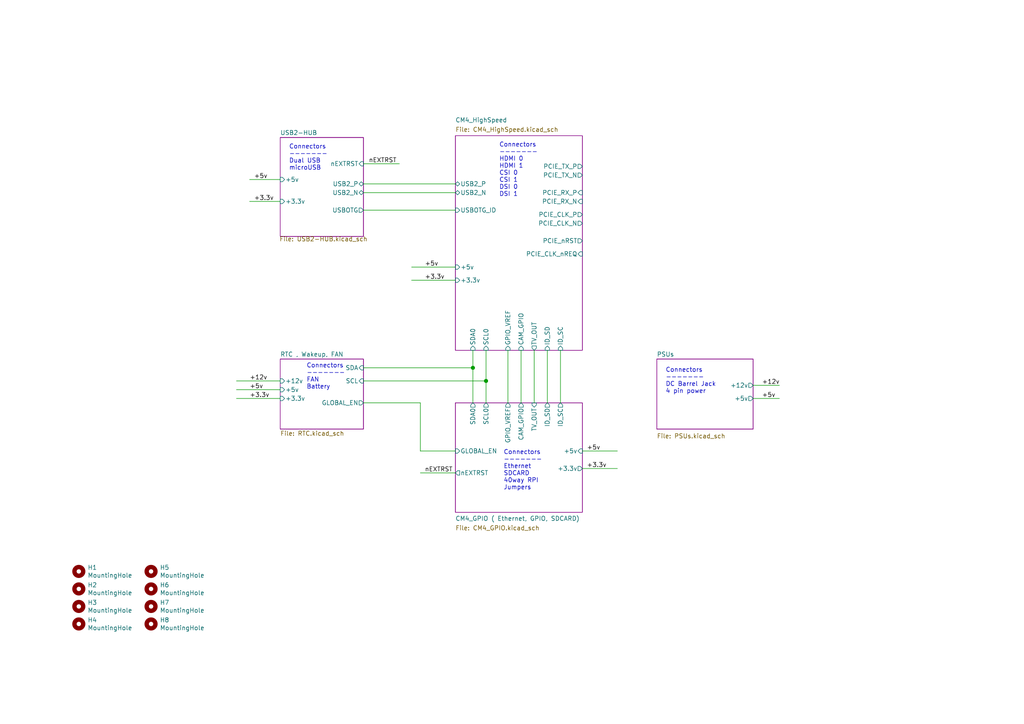
<source format=kicad_sch>
(kicad_sch
	(version 20231120)
	(generator "eeschema")
	(generator_version "8.0")
	(uuid "e63e39d7-6ac0-4ffd-8aa3-1841a4541b55")
	(paper "A4")
	(title_block
		(title "Compute Module 4 IO Board - Top Level")
		(rev "1")
		(company "© 2020-2022 Raspberry Pi Ltd (formerly Raspberry Pi (Trading) Ltd.)")
		(comment 1 "www.raspberrypi.com")
	)
	(lib_symbols
		(symbol "Mechanical:MountingHole"
			(exclude_from_sim no)
			(in_bom yes)
			(on_board yes)
			(property "Reference" "H"
				(at 0 5.08 0)
				(effects
					(font
						(size 1.27 1.27)
					)
				)
			)
			(property "Value" "MountingHole"
				(at 0 3.175 0)
				(effects
					(font
						(size 1.27 1.27)
					)
				)
			)
			(property "Footprint" ""
				(at 0 0 0)
				(effects
					(font
						(size 1.27 1.27)
					)
					(hide yes)
				)
			)
			(property "Datasheet" "~"
				(at 0 0 0)
				(effects
					(font
						(size 1.27 1.27)
					)
					(hide yes)
				)
			)
			(property "Description" "Mounting Hole without connection"
				(at 0 0 0)
				(effects
					(font
						(size 1.27 1.27)
					)
					(hide yes)
				)
			)
			(property "ki_keywords" "mounting hole"
				(at 0 0 0)
				(effects
					(font
						(size 1.27 1.27)
					)
					(hide yes)
				)
			)
			(property "ki_fp_filters" "MountingHole*"
				(at 0 0 0)
				(effects
					(font
						(size 1.27 1.27)
					)
					(hide yes)
				)
			)
			(symbol "MountingHole_0_1"
				(circle
					(center 0 0)
					(radius 1.27)
					(stroke
						(width 1.27)
						(type default)
					)
					(fill
						(type none)
					)
				)
			)
		)
	)
	(junction
		(at 140.97 110.49)
		(diameter 1.016)
		(color 0 0 0 0)
		(uuid "87c78429-be2b-40ed-8d3b-56cb9666a56f")
	)
	(junction
		(at 137.16 106.68)
		(diameter 1.016)
		(color 0 0 0 0)
		(uuid "99030c03-63b4-49ba-b5ab-4d56974f7963")
	)
	(wire
		(pts
			(xy 81.28 52.07) (xy 72.39 52.07)
		)
		(stroke
			(width 0)
			(type solid)
		)
		(uuid "02165243-61a3-4857-84ba-71a77cb9a387")
	)
	(wire
		(pts
			(xy 105.41 47.498) (xy 115.824 47.498)
		)
		(stroke
			(width 0)
			(type solid)
		)
		(uuid "0f3c9e3a-9c59-4881-b27a-d0e982b3ea8e")
	)
	(wire
		(pts
			(xy 151.13 116.84) (xy 151.13 101.6)
		)
		(stroke
			(width 0)
			(type solid)
		)
		(uuid "29256b3d-9450-4c0a-a4d4-911f04b9c140")
	)
	(wire
		(pts
			(xy 137.16 101.6) (xy 137.16 106.68)
		)
		(stroke
			(width 0)
			(type solid)
		)
		(uuid "2bef89de-08c7-4a13-9d85-67948d429ca0")
	)
	(wire
		(pts
			(xy 162.56 116.84) (xy 162.56 101.6)
		)
		(stroke
			(width 0)
			(type solid)
		)
		(uuid "2d6718e7-f18d-444d-9792-ddf1a113460c")
	)
	(wire
		(pts
			(xy 147.32 101.6) (xy 147.32 116.84)
		)
		(stroke
			(width 0)
			(type solid)
		)
		(uuid "37e4dc66-4492-4061-908d-7213940a2ec3")
	)
	(wire
		(pts
			(xy 168.91 135.89) (xy 179.07 135.89)
		)
		(stroke
			(width 0)
			(type solid)
		)
		(uuid "43891a3c-749f-498d-ba99-685a27689b0d")
	)
	(wire
		(pts
			(xy 105.41 55.88) (xy 132.08 55.88)
		)
		(stroke
			(width 0)
			(type solid)
		)
		(uuid "46cfd089-6873-4d8b-89af-02ff30e49472")
	)
	(wire
		(pts
			(xy 140.97 110.49) (xy 140.97 101.6)
		)
		(stroke
			(width 0)
			(type solid)
		)
		(uuid "483f60da-14d7-4f88-8d01-3f9f30784c70")
	)
	(wire
		(pts
			(xy 105.41 110.49) (xy 140.97 110.49)
		)
		(stroke
			(width 0)
			(type solid)
		)
		(uuid "68b52f01-fa04-4908-bf88-60c62ace1cfa")
	)
	(wire
		(pts
			(xy 137.16 106.68) (xy 137.16 116.84)
		)
		(stroke
			(width 0)
			(type solid)
		)
		(uuid "6ca3c38c-4e71-4202-b6c1-1b25f04a27ae")
	)
	(wire
		(pts
			(xy 119.38 77.47) (xy 132.08 77.47)
		)
		(stroke
			(width 0)
			(type solid)
		)
		(uuid "7e969d15-6cc0-4258-8b27-586608a21adb")
	)
	(wire
		(pts
			(xy 81.28 58.42) (xy 72.39 58.42)
		)
		(stroke
			(width 0)
			(type solid)
		)
		(uuid "825c70b0-4860-42b7-97dc-86bfa46e06fd")
	)
	(wire
		(pts
			(xy 218.44 111.76) (xy 226.06 111.76)
		)
		(stroke
			(width 0)
			(type solid)
		)
		(uuid "936e2ca6-11ae-4f42-9128-52bb329f3d21")
	)
	(wire
		(pts
			(xy 105.41 106.68) (xy 137.16 106.68)
		)
		(stroke
			(width 0)
			(type solid)
		)
		(uuid "9d984d1b-8097-407f-92f3-3ef68867dcfa")
	)
	(wire
		(pts
			(xy 68.58 113.03) (xy 81.28 113.03)
		)
		(stroke
			(width 0)
			(type solid)
		)
		(uuid "9ff4672a-e1a4-4a1e-887d-1b9a3429d278")
	)
	(wire
		(pts
			(xy 158.75 101.6) (xy 158.75 116.84)
		)
		(stroke
			(width 0)
			(type solid)
		)
		(uuid "b603d26a-e034-42fb-8327-b60c5bf9cdd2")
	)
	(wire
		(pts
			(xy 105.41 116.84) (xy 121.92 116.84)
		)
		(stroke
			(width 0)
			(type solid)
		)
		(uuid "b8c83ad1-b3c9-495c-bdc6-62dead00f5ad")
	)
	(wire
		(pts
			(xy 154.94 116.84) (xy 154.94 101.6)
		)
		(stroke
			(width 0)
			(type solid)
		)
		(uuid "b994142f-02ac-4881-9587-6d3df53c96d2")
	)
	(wire
		(pts
			(xy 105.41 60.96) (xy 132.08 60.96)
		)
		(stroke
			(width 0)
			(type solid)
		)
		(uuid "bb4f0314-c44c-4dda-b85c-537120eaae9a")
	)
	(wire
		(pts
			(xy 81.28 115.57) (xy 68.58 115.57)
		)
		(stroke
			(width 0)
			(type solid)
		)
		(uuid "bbb15673-6d42-42b8-9d51-7515b3ad9ee9")
	)
	(wire
		(pts
			(xy 132.08 81.28) (xy 119.38 81.28)
		)
		(stroke
			(width 0)
			(type solid)
		)
		(uuid "cb868d2e-5efb-4bfb-8796-88435b326918")
	)
	(wire
		(pts
			(xy 179.07 130.81) (xy 168.91 130.81)
		)
		(stroke
			(width 0)
			(type solid)
		)
		(uuid "cbc539d2-6a10-4052-9b7a-f10326dcac67")
	)
	(wire
		(pts
			(xy 105.41 53.34) (xy 132.08 53.34)
		)
		(stroke
			(width 0)
			(type solid)
		)
		(uuid "e83e0227-ac0f-4180-82bd-68d3a7b56476")
	)
	(wire
		(pts
			(xy 218.44 115.57) (xy 226.06 115.57)
		)
		(stroke
			(width 0)
			(type solid)
		)
		(uuid "ebadd2a5-21ab-4a7e-b5bc-6f737367e560")
	)
	(wire
		(pts
			(xy 68.58 110.49) (xy 81.28 110.49)
		)
		(stroke
			(width 0)
			(type solid)
		)
		(uuid "edc9ab4f-487a-48dc-95f2-4d87f0e9cf9e")
	)
	(wire
		(pts
			(xy 121.92 137.16) (xy 132.08 137.16)
		)
		(stroke
			(width 0)
			(type solid)
		)
		(uuid "f022716e-b121-4cbf-a833-20e924070c22")
	)
	(wire
		(pts
			(xy 121.92 130.81) (xy 121.92 116.84)
		)
		(stroke
			(width 0)
			(type solid)
		)
		(uuid "f1dd8642-b405-490b-a449-d1cc5797fda8")
	)
	(wire
		(pts
			(xy 140.97 116.84) (xy 140.97 110.49)
		)
		(stroke
			(width 0)
			(type solid)
		)
		(uuid "fb03d859-dcc9-4533-b352-64830e0e5423")
	)
	(wire
		(pts
			(xy 132.08 130.81) (xy 121.92 130.81)
		)
		(stroke
			(width 0)
			(type solid)
		)
		(uuid "fc0a4225-db46-4d48-8163-d522602d57cd")
	)
	(text "Connectors\n-------\nFAN\nBattery"
		(exclude_from_sim no)
		(at 88.9 113.03 0)
		(effects
			(font
				(size 1.27 1.27)
			)
			(justify left bottom)
		)
		(uuid "0c30a4be-5679-499f-8c5b-5f3024f9d6cf")
	)
	(text "Connectors\n-------\nDC Barrel Jack\n4 pin power"
		(exclude_from_sim no)
		(at 193.04 114.3 0)
		(effects
			(font
				(size 1.27 1.27)
			)
			(justify left bottom)
		)
		(uuid "3cfcbcc7-4f45-46ab-82a8-c414c7972161")
	)
	(text "Connectors\n-------\nDual USB\nmicroUSB"
		(exclude_from_sim no)
		(at 83.82 49.53 0)
		(effects
			(font
				(size 1.27 1.27)
			)
			(justify left bottom)
		)
		(uuid "4dc6088c-89a5-4db7-b3ae-db4b6396ad49")
	)
	(text "Connectors\n-------\nEthernet\nSDCARD\n40way RPI\nJumpers"
		(exclude_from_sim no)
		(at 146.05 142.24 0)
		(effects
			(font
				(size 1.27 1.27)
			)
			(justify left bottom)
		)
		(uuid "a501555e-bbc7-4b58-ad89-28a0cd3dd6d0")
	)
	(text "Connectors\n-------\nHDMI 0\nHDMI 1\nCSI 0\nCSI 1\nDSI 0\nDSI 1"
		(exclude_from_sim no)
		(at 144.78 57.15 0)
		(effects
			(font
				(size 1.27 1.27)
			)
			(justify left bottom)
		)
		(uuid "db83d0af-e085-4050-8496-fa2ebdecbd62")
	)
	(label "+5v"
		(at 220.98 115.57 0)
		(fields_autoplaced yes)
		(effects
			(font
				(size 1.27 1.27)
			)
			(justify left bottom)
		)
		(uuid "0d35483a-0b12-46cc-b9f2-896fd6831779")
	)
	(label "+12v"
		(at 72.39 110.49 0)
		(fields_autoplaced yes)
		(effects
			(font
				(size 1.27 1.27)
			)
			(justify left bottom)
		)
		(uuid "4d609e7c-74c9-4ae9-a26d-946ff00c167d")
	)
	(label "+5v"
		(at 170.18 130.81 0)
		(fields_autoplaced yes)
		(effects
			(font
				(size 1.27 1.27)
			)
			(justify left bottom)
		)
		(uuid "55992e35-fe7b-468a-9b7a-1e4dc931b904")
	)
	(label "+5v"
		(at 123.19 77.47 0)
		(fields_autoplaced yes)
		(effects
			(font
				(size 1.27 1.27)
			)
			(justify left bottom)
		)
		(uuid "5740c959-93d8-47fd-8f68-62f0109e753d")
	)
	(label "+5v"
		(at 72.39 113.03 0)
		(fields_autoplaced yes)
		(effects
			(font
				(size 1.27 1.27)
			)
			(justify left bottom)
		)
		(uuid "786b6072-5772-4bc1-8eeb-6c4e19f2a91b")
	)
	(label "+3.3v"
		(at 73.66 58.42 0)
		(fields_autoplaced yes)
		(effects
			(font
				(size 1.27 1.27)
			)
			(justify left bottom)
		)
		(uuid "7e08f2a4-63d6-468b-bd8b-ec607077e023")
	)
	(label "+12v"
		(at 220.98 111.76 0)
		(fields_autoplaced yes)
		(effects
			(font
				(size 1.27 1.27)
			)
			(justify left bottom)
		)
		(uuid "9702d639-3b1f-4825-8985-b32b9008503d")
	)
	(label "+3.3v"
		(at 72.39 115.57 0)
		(fields_autoplaced yes)
		(effects
			(font
				(size 1.27 1.27)
			)
			(justify left bottom)
		)
		(uuid "9a9f2d82-f64d-4264-8bec-c182528fc4de")
	)
	(label "+3.3v"
		(at 170.18 135.89 0)
		(fields_autoplaced yes)
		(effects
			(font
				(size 1.27 1.27)
			)
			(justify left bottom)
		)
		(uuid "a06e8e78-f567-42e6-b645-013b1073ca31")
	)
	(label "+5v"
		(at 73.66 52.07 0)
		(fields_autoplaced yes)
		(effects
			(font
				(size 1.27 1.27)
			)
			(justify left bottom)
		)
		(uuid "b60c50d1-225e-415c-8712-7acb5e3dc8ea")
	)
	(label "nEXTRST"
		(at 106.934 47.498 0)
		(fields_autoplaced yes)
		(effects
			(font
				(size 1.27 1.27)
			)
			(justify left bottom)
		)
		(uuid "b6bcc3cf-50de-4a33-bc41-678825c1ecf2")
	)
	(label "+3.3v"
		(at 123.19 81.28 0)
		(fields_autoplaced yes)
		(effects
			(font
				(size 1.27 1.27)
			)
			(justify left bottom)
		)
		(uuid "c3c93de0-69b1-4a04-8e0b-d78caf487c63")
	)
	(label "nEXTRST"
		(at 123.19 137.16 0)
		(fields_autoplaced yes)
		(effects
			(font
				(size 1.27 1.27)
			)
			(justify left bottom)
		)
		(uuid "f9865a9f-edb8-49c7-828f-4896e1f3047a")
	)
	(symbol
		(lib_id "Mechanical:MountingHole")
		(at 22.86 180.975 0)
		(unit 1)
		(exclude_from_sim no)
		(in_bom yes)
		(on_board yes)
		(dnp no)
		(uuid "00000000-0000-0000-0000-00005e3b1a1d")
		(property "Reference" "H4"
			(at 25.4 179.832 0)
			(effects
				(font
					(size 1.27 1.27)
				)
				(justify left)
			)
		)
		(property "Value" "MountingHole"
			(at 25.4 182.118 0)
			(effects
				(font
					(size 1.27 1.27)
				)
				(justify left)
			)
		)
		(property "Footprint" "MountingHole:MountingHole_2.7mm_M2.5"
			(at 22.86 180.975 0)
			(effects
				(font
					(size 1.27 1.27)
				)
				(hide yes)
			)
		)
		(property "Datasheet" "~"
			(at 22.86 180.975 0)
			(effects
				(font
					(size 1.27 1.27)
				)
				(hide yes)
			)
		)
		(property "Description" ""
			(at 22.86 180.975 0)
			(effects
				(font
					(size 1.27 1.27)
				)
				(hide yes)
			)
		)
		(property "Field4" "nf"
			(at 22.86 180.975 0)
			(effects
				(font
					(size 1.27 1.27)
				)
				(hide yes)
			)
		)
		(property "Field5" "nf"
			(at 22.86 180.975 0)
			(effects
				(font
					(size 1.27 1.27)
				)
				(hide yes)
			)
		)
		(property "Field6" "nf"
			(at 22.86 180.975 0)
			(effects
				(font
					(size 1.27 1.27)
				)
				(hide yes)
			)
		)
		(property "Field7" "nf"
			(at 22.86 180.975 0)
			(effects
				(font
					(size 1.27 1.27)
				)
				(hide yes)
			)
		)
		(property "Part Description" "M2.5 mounting hole"
			(at 22.86 180.975 0)
			(effects
				(font
					(size 1.27 1.27)
				)
				(hide yes)
			)
		)
		(instances
			(project ""
				(path "/e63e39d7-6ac0-4ffd-8aa3-1841a4541b55"
					(reference "H4")
					(unit 1)
				)
			)
		)
	)
	(symbol
		(lib_id "Mechanical:MountingHole")
		(at 22.86 175.895 0)
		(unit 1)
		(exclude_from_sim no)
		(in_bom yes)
		(on_board yes)
		(dnp no)
		(uuid "00000000-0000-0000-0000-00005e3b25a9")
		(property "Reference" "H3"
			(at 25.4 174.752 0)
			(effects
				(font
					(size 1.27 1.27)
				)
				(justify left)
			)
		)
		(property "Value" "MountingHole"
			(at 25.4 177.038 0)
			(effects
				(font
					(size 1.27 1.27)
				)
				(justify left)
			)
		)
		(property "Footprint" "MountingHole:MountingHole_2.7mm_M2.5"
			(at 22.86 175.895 0)
			(effects
				(font
					(size 1.27 1.27)
				)
				(hide yes)
			)
		)
		(property "Datasheet" "~"
			(at 22.86 175.895 0)
			(effects
				(font
					(size 1.27 1.27)
				)
				(hide yes)
			)
		)
		(property "Description" ""
			(at 22.86 175.895 0)
			(effects
				(font
					(size 1.27 1.27)
				)
				(hide yes)
			)
		)
		(property "Field4" "nf"
			(at 22.86 175.895 0)
			(effects
				(font
					(size 1.27 1.27)
				)
				(hide yes)
			)
		)
		(property "Field5" "nf"
			(at 22.86 175.895 0)
			(effects
				(font
					(size 1.27 1.27)
				)
				(hide yes)
			)
		)
		(property "Field6" "nf"
			(at 22.86 175.895 0)
			(effects
				(font
					(size 1.27 1.27)
				)
				(hide yes)
			)
		)
		(property "Field7" "nf"
			(at 22.86 175.895 0)
			(effects
				(font
					(size 1.27 1.27)
				)
				(hide yes)
			)
		)
		(property "Part Description" "M2.5 mounting hole"
			(at 22.86 175.895 0)
			(effects
				(font
					(size 1.27 1.27)
				)
				(hide yes)
			)
		)
		(instances
			(project ""
				(path "/e63e39d7-6ac0-4ffd-8aa3-1841a4541b55"
					(reference "H3")
					(unit 1)
				)
			)
		)
	)
	(symbol
		(lib_id "Mechanical:MountingHole")
		(at 22.86 170.815 0)
		(unit 1)
		(exclude_from_sim no)
		(in_bom yes)
		(on_board yes)
		(dnp no)
		(uuid "00000000-0000-0000-0000-00005e3b2cb2")
		(property "Reference" "H2"
			(at 25.4 169.672 0)
			(effects
				(font
					(size 1.27 1.27)
				)
				(justify left)
			)
		)
		(property "Value" "MountingHole"
			(at 25.4 171.958 0)
			(effects
				(font
					(size 1.27 1.27)
				)
				(justify left)
			)
		)
		(property "Footprint" "MountingHole:MountingHole_2.7mm_M2.5"
			(at 22.86 170.815 0)
			(effects
				(font
					(size 1.27 1.27)
				)
				(hide yes)
			)
		)
		(property "Datasheet" "~"
			(at 22.86 170.815 0)
			(effects
				(font
					(size 1.27 1.27)
				)
				(hide yes)
			)
		)
		(property "Description" ""
			(at 22.86 170.815 0)
			(effects
				(font
					(size 1.27 1.27)
				)
				(hide yes)
			)
		)
		(property "Field4" "nf"
			(at 22.86 170.815 0)
			(effects
				(font
					(size 1.27 1.27)
				)
				(hide yes)
			)
		)
		(property "Field5" "nf"
			(at 22.86 170.815 0)
			(effects
				(font
					(size 1.27 1.27)
				)
				(hide yes)
			)
		)
		(property "Field6" "nf"
			(at 22.86 170.815 0)
			(effects
				(font
					(size 1.27 1.27)
				)
				(hide yes)
			)
		)
		(property "Field7" "nf"
			(at 22.86 170.815 0)
			(effects
				(font
					(size 1.27 1.27)
				)
				(hide yes)
			)
		)
		(property "Part Description" "M2.5 mounting hole"
			(at 22.86 170.815 0)
			(effects
				(font
					(size 1.27 1.27)
				)
				(hide yes)
			)
		)
		(instances
			(project ""
				(path "/e63e39d7-6ac0-4ffd-8aa3-1841a4541b55"
					(reference "H2")
					(unit 1)
				)
			)
		)
	)
	(symbol
		(lib_id "Mechanical:MountingHole")
		(at 22.86 165.735 0)
		(unit 1)
		(exclude_from_sim no)
		(in_bom yes)
		(on_board yes)
		(dnp no)
		(uuid "00000000-0000-0000-0000-00005e3b2f75")
		(property "Reference" "H1"
			(at 25.4 164.592 0)
			(effects
				(font
					(size 1.27 1.27)
				)
				(justify left)
			)
		)
		(property "Value" "MountingHole"
			(at 25.4 166.878 0)
			(effects
				(font
					(size 1.27 1.27)
				)
				(justify left)
			)
		)
		(property "Footprint" "MountingHole:MountingHole_2.7mm_M2.5"
			(at 22.86 165.735 0)
			(effects
				(font
					(size 1.27 1.27)
				)
				(hide yes)
			)
		)
		(property "Datasheet" "~"
			(at 22.86 165.735 0)
			(effects
				(font
					(size 1.27 1.27)
				)
				(hide yes)
			)
		)
		(property "Description" ""
			(at 22.86 165.735 0)
			(effects
				(font
					(size 1.27 1.27)
				)
				(hide yes)
			)
		)
		(property "Field4" "nf"
			(at 22.86 165.735 0)
			(effects
				(font
					(size 1.27 1.27)
				)
				(hide yes)
			)
		)
		(property "Field5" "nf"
			(at 22.86 165.735 0)
			(effects
				(font
					(size 1.27 1.27)
				)
				(hide yes)
			)
		)
		(property "Field6" "nf"
			(at 22.86 165.735 0)
			(effects
				(font
					(size 1.27 1.27)
				)
				(hide yes)
			)
		)
		(property "Field7" "nf"
			(at 22.86 165.735 0)
			(effects
				(font
					(size 1.27 1.27)
				)
				(hide yes)
			)
		)
		(property "Part Description" "M2.5 mounting hole"
			(at 22.86 165.735 0)
			(effects
				(font
					(size 1.27 1.27)
				)
				(hide yes)
			)
		)
		(instances
			(project ""
				(path "/e63e39d7-6ac0-4ffd-8aa3-1841a4541b55"
					(reference "H1")
					(unit 1)
				)
			)
		)
	)
	(symbol
		(lib_id "Mechanical:MountingHole")
		(at 43.815 165.735 0)
		(unit 1)
		(exclude_from_sim no)
		(in_bom yes)
		(on_board yes)
		(dnp no)
		(uuid "00000000-0000-0000-0000-00005e3b32fa")
		(property "Reference" "H5"
			(at 46.355 164.592 0)
			(effects
				(font
					(size 1.27 1.27)
				)
				(justify left)
			)
		)
		(property "Value" "MountingHole"
			(at 46.355 166.878 0)
			(effects
				(font
					(size 1.27 1.27)
				)
				(justify left)
			)
		)
		(property "Footprint" "MountingHole:MountingHole_2.7mm_M2.5"
			(at 43.815 165.735 0)
			(effects
				(font
					(size 1.27 1.27)
				)
				(hide yes)
			)
		)
		(property "Datasheet" "~"
			(at 43.815 165.735 0)
			(effects
				(font
					(size 1.27 1.27)
				)
				(hide yes)
			)
		)
		(property "Description" ""
			(at 43.815 165.735 0)
			(effects
				(font
					(size 1.27 1.27)
				)
				(hide yes)
			)
		)
		(property "Field4" "nf"
			(at 43.815 165.735 0)
			(effects
				(font
					(size 1.27 1.27)
				)
				(hide yes)
			)
		)
		(property "Field5" "nf"
			(at 43.815 165.735 0)
			(effects
				(font
					(size 1.27 1.27)
				)
				(hide yes)
			)
		)
		(property "Field6" "nf"
			(at 43.815 165.735 0)
			(effects
				(font
					(size 1.27 1.27)
				)
				(hide yes)
			)
		)
		(property "Field7" "nf"
			(at 43.815 165.735 0)
			(effects
				(font
					(size 1.27 1.27)
				)
				(hide yes)
			)
		)
		(property "Part Description" "M2.5 mounting hole"
			(at 43.815 165.735 0)
			(effects
				(font
					(size 1.27 1.27)
				)
				(hide yes)
			)
		)
		(instances
			(project ""
				(path "/e63e39d7-6ac0-4ffd-8aa3-1841a4541b55"
					(reference "H5")
					(unit 1)
				)
			)
		)
	)
	(symbol
		(lib_id "Mechanical:MountingHole")
		(at 43.815 180.975 0)
		(unit 1)
		(exclude_from_sim no)
		(in_bom yes)
		(on_board yes)
		(dnp no)
		(uuid "00000000-0000-0000-0000-00005e3b330c")
		(property "Reference" "H8"
			(at 46.355 179.832 0)
			(effects
				(font
					(size 1.27 1.27)
				)
				(justify left)
			)
		)
		(property "Value" "MountingHole"
			(at 46.355 182.118 0)
			(effects
				(font
					(size 1.27 1.27)
				)
				(justify left)
			)
		)
		(property "Footprint" "MountingHole:MountingHole_2.7mm_M2.5"
			(at 43.815 180.975 0)
			(effects
				(font
					(size 1.27 1.27)
				)
				(hide yes)
			)
		)
		(property "Datasheet" "~"
			(at 43.815 180.975 0)
			(effects
				(font
					(size 1.27 1.27)
				)
				(hide yes)
			)
		)
		(property "Description" ""
			(at 43.815 180.975 0)
			(effects
				(font
					(size 1.27 1.27)
				)
				(hide yes)
			)
		)
		(property "Field4" "nf"
			(at 43.815 180.975 0)
			(effects
				(font
					(size 1.27 1.27)
				)
				(hide yes)
			)
		)
		(property "Field5" "nf"
			(at 43.815 180.975 0)
			(effects
				(font
					(size 1.27 1.27)
				)
				(hide yes)
			)
		)
		(property "Field6" "nf"
			(at 43.815 180.975 0)
			(effects
				(font
					(size 1.27 1.27)
				)
				(hide yes)
			)
		)
		(property "Field7" "nf"
			(at 43.815 180.975 0)
			(effects
				(font
					(size 1.27 1.27)
				)
				(hide yes)
			)
		)
		(property "Part Description" "M2.5 mounting hole"
			(at 43.815 180.975 0)
			(effects
				(font
					(size 1.27 1.27)
				)
				(hide yes)
			)
		)
		(instances
			(project ""
				(path "/e63e39d7-6ac0-4ffd-8aa3-1841a4541b55"
					(reference "H8")
					(unit 1)
				)
			)
		)
	)
	(symbol
		(lib_id "Mechanical:MountingHole")
		(at 43.815 175.895 0)
		(unit 1)
		(exclude_from_sim no)
		(in_bom yes)
		(on_board yes)
		(dnp no)
		(uuid "00000000-0000-0000-0000-00005e3b331e")
		(property "Reference" "H7"
			(at 46.355 174.752 0)
			(effects
				(font
					(size 1.27 1.27)
				)
				(justify left)
			)
		)
		(property "Value" "MountingHole"
			(at 46.355 177.038 0)
			(effects
				(font
					(size 1.27 1.27)
				)
				(justify left)
			)
		)
		(property "Footprint" "MountingHole:MountingHole_2.7mm_M2.5"
			(at 43.815 175.895 0)
			(effects
				(font
					(size 1.27 1.27)
				)
				(hide yes)
			)
		)
		(property "Datasheet" "~"
			(at 43.815 175.895 0)
			(effects
				(font
					(size 1.27 1.27)
				)
				(hide yes)
			)
		)
		(property "Description" ""
			(at 43.815 175.895 0)
			(effects
				(font
					(size 1.27 1.27)
				)
				(hide yes)
			)
		)
		(property "Field4" "nf"
			(at 43.815 175.895 0)
			(effects
				(font
					(size 1.27 1.27)
				)
				(hide yes)
			)
		)
		(property "Field5" "nf"
			(at 43.815 175.895 0)
			(effects
				(font
					(size 1.27 1.27)
				)
				(hide yes)
			)
		)
		(property "Field6" "nf"
			(at 43.815 175.895 0)
			(effects
				(font
					(size 1.27 1.27)
				)
				(hide yes)
			)
		)
		(property "Field7" "nf"
			(at 43.815 175.895 0)
			(effects
				(font
					(size 1.27 1.27)
				)
				(hide yes)
			)
		)
		(property "Part Description" "M2.5 mounting hole"
			(at 43.815 175.895 0)
			(effects
				(font
					(size 1.27 1.27)
				)
				(hide yes)
			)
		)
		(instances
			(project ""
				(path "/e63e39d7-6ac0-4ffd-8aa3-1841a4541b55"
					(reference "H7")
					(unit 1)
				)
			)
		)
	)
	(symbol
		(lib_id "Mechanical:MountingHole")
		(at 43.815 170.815 0)
		(unit 1)
		(exclude_from_sim no)
		(in_bom yes)
		(on_board yes)
		(dnp no)
		(uuid "00000000-0000-0000-0000-00005e3b3330")
		(property "Reference" "H6"
			(at 46.355 169.672 0)
			(effects
				(font
					(size 1.27 1.27)
				)
				(justify left)
			)
		)
		(property "Value" "MountingHole"
			(at 46.355 171.958 0)
			(effects
				(font
					(size 1.27 1.27)
				)
				(justify left)
			)
		)
		(property "Footprint" "MountingHole:MountingHole_2.7mm_M2.5"
			(at 43.815 170.815 0)
			(effects
				(font
					(size 1.27 1.27)
				)
				(hide yes)
			)
		)
		(property "Datasheet" "~"
			(at 43.815 170.815 0)
			(effects
				(font
					(size 1.27 1.27)
				)
				(hide yes)
			)
		)
		(property "Description" ""
			(at 43.815 170.815 0)
			(effects
				(font
					(size 1.27 1.27)
				)
				(hide yes)
			)
		)
		(property "Field4" "nf"
			(at 43.815 170.815 0)
			(effects
				(font
					(size 1.27 1.27)
				)
				(hide yes)
			)
		)
		(property "Field5" "nf"
			(at 43.815 170.815 0)
			(effects
				(font
					(size 1.27 1.27)
				)
				(hide yes)
			)
		)
		(property "Field6" "nf"
			(at 43.815 170.815 0)
			(effects
				(font
					(size 1.27 1.27)
				)
				(hide yes)
			)
		)
		(property "Field7" "nf"
			(at 43.815 170.815 0)
			(effects
				(font
					(size 1.27 1.27)
				)
				(hide yes)
			)
		)
		(property "Part Description" "M2.5 mounting hole"
			(at 43.815 170.815 0)
			(effects
				(font
					(size 1.27 1.27)
				)
				(hide yes)
			)
		)
		(instances
			(project ""
				(path "/e63e39d7-6ac0-4ffd-8aa3-1841a4541b55"
					(reference "H6")
					(unit 1)
				)
			)
		)
	)
	(sheet
		(at 132.08 116.84)
		(size 36.83 31.75)
		(stroke
			(width 0.1524)
			(type solid)
			(color 132 0 132 1)
		)
		(fill
			(color 255 255 255 0.0000)
		)
		(uuid "00000000-0000-0000-0000-00005cff706a")
		(property "Sheetname" "CM4_GPIO ( Ethernet, GPIO, SDCARD)"
			(at 132.08 151.13 0)
			(effects
				(font
					(size 1.27 1.27)
				)
				(justify left bottom)
			)
		)
		(property "Sheetfile" "CM4_GPIO.kicad_sch"
			(at 132.08 152.4 0)
			(effects
				(font
					(size 1.27 1.27)
				)
				(justify left top)
			)
		)
		(pin "ID_SC" output
			(at 162.56 116.84 90)
			(effects
				(font
					(size 1.27 1.27)
				)
				(justify right)
			)
			(uuid "2e642b3e-a476-4c54-9a52-dcea955640cd")
		)
		(pin "ID_SD" output
			(at 158.75 116.84 90)
			(effects
				(font
					(size 1.27 1.27)
				)
				(justify right)
			)
			(uuid "5038e144-5119-49db-b6cf-f7c345f1cf03")
		)
		(pin "CAM_GPIO" output
			(at 151.13 116.84 90)
			(effects
				(font
					(size 1.27 1.27)
				)
				(justify right)
			)
			(uuid "ac264c30-3e9a-4be2-b97a-9949b68bd497")
		)
		(pin "SCL0" output
			(at 140.97 116.84 90)
			(effects
				(font
					(size 1.27 1.27)
				)
				(justify right)
			)
			(uuid "54365317-1355-4216-bb75-829375abc4ec")
		)
		(pin "SDA0" output
			(at 137.16 116.84 90)
			(effects
				(font
					(size 1.27 1.27)
				)
				(justify right)
			)
			(uuid "a3e4f0ae-9f86-49e9-b386-ed8b42e012fb")
		)
		(pin "+5v" input
			(at 168.91 130.81 0)
			(effects
				(font
					(size 1.27 1.27)
				)
				(justify right)
			)
			(uuid "a690fc6c-55d9-47e6-b533-faa4b67e20f3")
		)
		(pin "+3.3v" output
			(at 168.91 135.89 0)
			(effects
				(font
					(size 1.27 1.27)
				)
				(justify right)
			)
			(uuid "c144caa5-b0d4-4cef-840a-d4ad178a2102")
		)
		(pin "nEXTRST" output
			(at 132.08 137.16 180)
			(effects
				(font
					(size 1.27 1.27)
				)
				(justify left)
			)
			(uuid "efeac2a2-7682-4dc7-83ee-f6f1b23da506")
		)
		(pin "GLOBAL_EN" input
			(at 132.08 130.81 180)
			(effects
				(font
					(size 1.27 1.27)
				)
				(justify left)
			)
			(uuid "5fc27c35-3e1c-4f96-817c-93b5570858a6")
		)
		(pin "GPIO_VREF" output
			(at 147.32 116.84 90)
			(effects
				(font
					(size 1.27 1.27)
				)
				(justify right)
			)
			(uuid "6c9b793c-e74d-4754-a2c0-901e73b26f1c")
		)
		(pin "TV_OUT" input
			(at 154.94 116.84 90)
			(effects
				(font
					(size 1.27 1.27)
				)
				(justify right)
			)
			(uuid "6a45789b-3855-401f-8139-3c734f7f52f9")
		)
		(instances
			(project "CM4IOv5"
				(path "/e63e39d7-6ac0-4ffd-8aa3-1841a4541b55"
					(page "5")
				)
			)
		)
	)
	(sheet
		(at 132.08 39.37)
		(size 36.83 62.23)
		(stroke
			(width 0.1524)
			(type solid)
			(color 132 0 132 1)
		)
		(fill
			(color 255 255 255 0.0000)
		)
		(uuid "00000000-0000-0000-0000-00005cff70b1")
		(property "Sheetname" "CM4_HighSpeed"
			(at 132.08 35.56 0)
			(effects
				(font
					(size 1.27 1.27)
				)
				(justify left bottom)
			)
		)
		(property "Sheetfile" "CM4_HighSpeed.kicad_sch"
			(at 132.08 36.83 0)
			(effects
				(font
					(size 1.27 1.27)
				)
				(justify left top)
			)
		)
		(pin "USB2_N" bidirectional
			(at 132.08 55.88 180)
			(effects
				(font
					(size 1.27 1.27)
				)
				(justify left)
			)
			(uuid "fd470e95-4861-44fe-b1e4-6d8a7c66e144")
		)
		(pin "USB2_P" bidirectional
			(at 132.08 53.34 180)
			(effects
				(font
					(size 1.27 1.27)
				)
				(justify left)
			)
			(uuid "8174b4de-74b1-48db-ab8e-c8432251095b")
		)
		(pin "ID_SC" input
			(at 162.56 101.6 270)
			(effects
				(font
					(size 1.27 1.27)
				)
				(justify left)
			)
			(uuid "704d6d51-bb34-4cbf-83d8-841e208048d8")
		)
		(pin "ID_SD" input
			(at 158.75 101.6 270)
			(effects
				(font
					(size 1.27 1.27)
				)
				(justify left)
			)
			(uuid "0eaa98f0-9565-4637-ace3-42a5231b07f7")
		)
		(pin "CAM_GPIO" input
			(at 151.13 101.6 270)
			(effects
				(font
					(size 1.27 1.27)
				)
				(justify left)
			)
			(uuid "181abe7a-f941-42b6-bd46-aaa3131f90fb")
		)
		(pin "SCL0" input
			(at 140.97 101.6 270)
			(effects
				(font
					(size 1.27 1.27)
				)
				(justify left)
			)
			(uuid "ce83728b-bebd-48c2-8734-b6a50d837931")
		)
		(pin "SDA0" input
			(at 137.16 101.6 270)
			(effects
				(font
					(size 1.27 1.27)
				)
				(justify left)
			)
			(uuid "c41b3c8b-634e-435a-b582-96b83bbd4032")
		)
		(pin "+5v" input
			(at 132.08 77.47 180)
			(effects
				(font
					(size 1.27 1.27)
				)
				(justify left)
			)
			(uuid "9340c285-5767-42d5-8b6d-63fe2a40ddf3")
		)
		(pin "PCIE_CLK_P" output
			(at 168.91 62.23 0)
			(effects
				(font
					(size 1.27 1.27)
				)
				(justify right)
			)
			(uuid "1831fb37-1c5d-42c4-b898-151be6fca9dc")
		)
		(pin "PCIE_CLK_N" output
			(at 168.91 64.77 0)
			(effects
				(font
					(size 1.27 1.27)
				)
				(justify right)
			)
			(uuid "0f22151c-f260-4674-b486-4710a2c42a55")
		)
		(pin "PCIE_TX_P" output
			(at 168.91 48.26 0)
			(effects
				(font
					(size 1.27 1.27)
				)
				(justify right)
			)
			(uuid "fe8d9267-7834-48d6-a191-c8724b2ee78d")
		)
		(pin "PCIE_TX_N" output
			(at 168.91 50.8 0)
			(effects
				(font
					(size 1.27 1.27)
				)
				(justify right)
			)
			(uuid "0b21a65d-d20b-411e-920a-75c343ac5136")
		)
		(pin "PCIE_nRST" output
			(at 168.91 69.85 0)
			(effects
				(font
					(size 1.27 1.27)
				)
				(justify right)
			)
			(uuid "3cd1bda0-18db-417d-b581-a0c50623df68")
		)
		(pin "PCIE_RX_P" input
			(at 168.91 55.88 0)
			(effects
				(font
					(size 1.27 1.27)
				)
				(justify right)
			)
			(uuid "d57dcfee-5058-4fc2-a68b-05f9a48f685b")
		)
		(pin "PCIE_RX_N" input
			(at 168.91 58.42 0)
			(effects
				(font
					(size 1.27 1.27)
				)
				(justify right)
			)
			(uuid "03c52831-5dc5-43c5-a442-8d23643b46fb")
		)
		(pin "PCIE_CLK_nREQ" input
			(at 168.91 73.66 0)
			(effects
				(font
					(size 1.27 1.27)
				)
				(justify right)
			)
			(uuid "a1823eb2-fb0d-4ed8-8b96-04184ac3a9d5")
		)
		(pin "+3.3v" input
			(at 132.08 81.28 180)
			(effects
				(font
					(size 1.27 1.27)
				)
				(justify left)
			)
			(uuid "29e78086-2175-405e-9ba3-c48766d2f50c")
		)
		(pin "USBOTG_ID" input
			(at 132.08 60.96 180)
			(effects
				(font
					(size 1.27 1.27)
				)
				(justify left)
			)
			(uuid "94a873dc-af67-4ef9-8159-1f7c93eeb3d7")
		)
		(pin "GPIO_VREF" input
			(at 147.32 101.6 270)
			(effects
				(font
					(size 1.27 1.27)
				)
				(justify left)
			)
			(uuid "4c8eb964-bdf4-44de-90e9-e2ab82dd5313")
		)
		(pin "TV_OUT" output
			(at 154.94 101.6 270)
			(effects
				(font
					(size 1.27 1.27)
				)
				(justify left)
			)
			(uuid "aa14c3bd-4acc-4908-9d28-228585a22a9d")
		)
		(instances
			(project "CM4IOv5"
				(path "/e63e39d7-6ac0-4ffd-8aa3-1841a4541b55"
					(page "4")
				)
			)
		)
	)
	(sheet
		(at 190.5 104.14)
		(size 27.94 20.32)
		(stroke
			(width 0.1524)
			(type solid)
			(color 132 0 132 1)
		)
		(fill
			(color 255 255 255 0.0000)
		)
		(uuid "00000000-0000-0000-0000-00005d31f999")
		(property "Sheetname" "PSUs"
			(at 190.5 103.5045 0)
			(effects
				(font
					(size 1.27 1.27)
				)
				(justify left bottom)
			)
		)
		(property "Sheetfile" "PSUs.kicad_sch"
			(at 190.5 125.73 0)
			(effects
				(font
					(size 1.27 1.27)
				)
				(justify left top)
			)
		)
		(pin "+5v" output
			(at 218.44 115.57 0)
			(effects
				(font
					(size 1.27 1.27)
				)
				(justify right)
			)
			(uuid "bfc0aadc-38cf-466e-a642-68fdc3138c78")
		)
		(pin "+12v" output
			(at 218.44 111.76 0)
			(effects
				(font
					(size 1.27 1.27)
				)
				(justify right)
			)
			(uuid "6441b183-b8f2-458f-a23d-60e2b1f66dd6")
		)
		(instances
			(project "CM4IOv5"
				(path "/e63e39d7-6ac0-4ffd-8aa3-1841a4541b55"
					(page "7")
				)
			)
		)
	)
	(sheet
		(at 81.28 39.878)
		(size 24.13 28.702)
		(stroke
			(width 0.1524)
			(type solid)
			(color 132 0 132 1)
		)
		(fill
			(color 255 255 255 0.0000)
		)
		(uuid "00000000-0000-0000-0000-00005e072e02")
		(property "Sheetname" "USB2-HUB"
			(at 81.28 39.2425 0)
			(effects
				(font
					(size 1.27 1.27)
				)
				(justify left bottom)
			)
		)
		(property "Sheetfile" "USB2-HUB.kicad_sch"
			(at 81.026 68.58 0)
			(effects
				(font
					(size 1.27 1.27)
				)
				(justify left top)
			)
		)
		(pin "USB2_N" bidirectional
			(at 105.41 55.88 0)
			(effects
				(font
					(size 1.27 1.27)
				)
				(justify right)
			)
			(uuid "c01d25cd-f4bb-4ef3-b5ea-533a2a4ddb2b")
		)
		(pin "USB2_P" bidirectional
			(at 105.41 53.34 0)
			(effects
				(font
					(size 1.27 1.27)
				)
				(justify right)
			)
			(uuid "9e1b837f-0d34-4a18-9644-9ee68f141f46")
		)
		(pin "+5v" input
			(at 81.28 52.07 180)
			(effects
				(font
					(size 1.27 1.27)
				)
				(justify left)
			)
			(uuid "63ff1c93-3f96-4c33-b498-5dd8c33bccc0")
		)
		(pin "+3.3v" input
			(at 81.28 58.42 180)
			(effects
				(font
					(size 1.27 1.27)
				)
				(justify left)
			)
			(uuid "b88717bd-086f-46cd-9d3f-0396009d0996")
		)
		(pin "nEXTRST" input
			(at 105.41 47.498 0)
			(effects
				(font
					(size 1.27 1.27)
				)
				(justify right)
			)
			(uuid "61fe293f-6808-4b7f-9340-9aaac7054a97")
		)
		(pin "USBOTG" output
			(at 105.41 60.96 0)
			(effects
				(font
					(size 1.27 1.27)
				)
				(justify right)
			)
			(uuid "2f215f15-3d52-4c91-93e6-3ea03a95622f")
		)
		(instances
			(project "CM4IOv5"
				(path "/e63e39d7-6ac0-4ffd-8aa3-1841a4541b55"
					(page "2")
				)
			)
		)
	)
	(sheet
		(at 81.28 104.14)
		(size 24.13 20.32)
		(stroke
			(width 0.1524)
			(type solid)
			(color 132 0 132 1)
		)
		(fill
			(color 255 255 255 0.0000)
		)
		(uuid "00000000-0000-0000-0000-00005e328d89")
		(property "Sheetname" "RTC , Wakeup, FAN"
			(at 81.28 103.5045 0)
			(effects
				(font
					(size 1.27 1.27)
				)
				(justify left bottom)
			)
		)
		(property "Sheetfile" "RTC.kicad_sch"
			(at 81.28 124.9685 0)
			(effects
				(font
					(size 1.27 1.27)
				)
				(justify left top)
			)
		)
		(pin "SCL" input
			(at 105.41 110.49 0)
			(effects
				(font
					(size 1.27 1.27)
				)
				(justify right)
			)
			(uuid "7bbf981c-a063-4e30-8911-e4228e1c0743")
		)
		(pin "SDA" input
			(at 105.41 106.68 0)
			(effects
				(font
					(size 1.27 1.27)
				)
				(justify right)
			)
			(uuid "5528bcad-2950-4673-90eb-c37e6952c475")
		)
		(pin "+5v" input
			(at 81.28 113.03 180)
			(effects
				(font
					(size 1.27 1.27)
				)
				(justify left)
			)
			(uuid "7edc9030-db7b-43ac-a1b3-b87eeacb4c2d")
		)
		(pin "+3.3v" input
			(at 81.28 115.57 180)
			(effects
				(font
					(size 1.27 1.27)
				)
				(justify left)
			)
			(uuid "08a7c925-7fae-4530-b0c9-120e185cb318")
		)
		(pin "GLOBAL_EN" output
			(at 105.41 116.84 0)
			(effects
				(font
					(size 1.27 1.27)
				)
				(justify right)
			)
			(uuid "4a4ec8d9-3d72-4952-83d4-808f65849a2b")
		)
		(pin "+12v" input
			(at 81.28 110.49 180)
			(effects
				(font
					(size 1.27 1.27)
				)
				(justify left)
			)
			(uuid "cbd8faed-e1f8-4406-87c8-58b2c504a5d4")
		)
		(instances
			(project "CM4IOv5"
				(path "/e63e39d7-6ac0-4ffd-8aa3-1841a4541b55"
					(page "3")
				)
			)
		)
	)
	(sheet_instances
		(path "/"
			(page "1")
		)
	)
)

</source>
